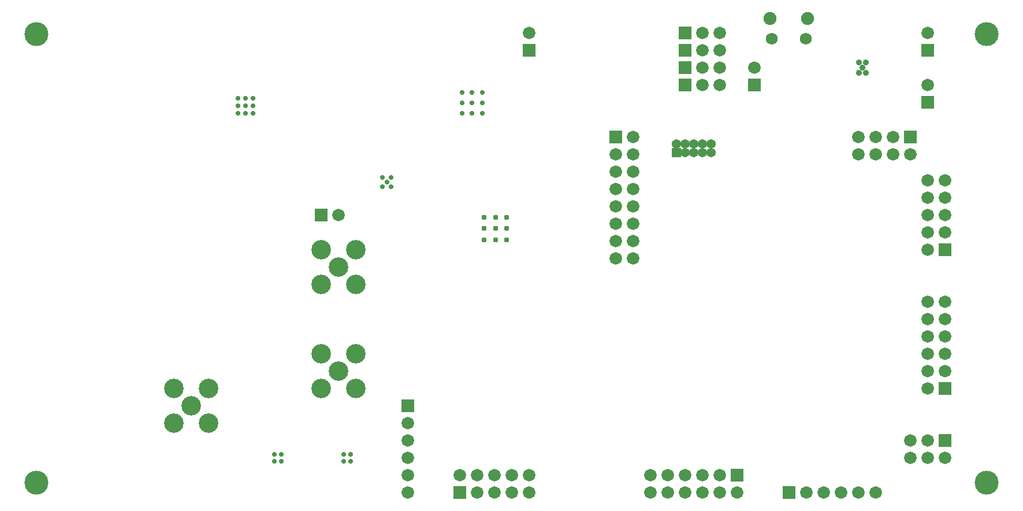
<source format=gbs>
G04 (created by PCBNEW (2013-01-23 BZR 3920)-stable) date Mon Jun 10 00:49:26 2013*
%MOIN*%
G04 Gerber Fmt 3.4, Leading zero omitted, Abs format*
%FSLAX34Y34*%
G01*
G70*
G90*
G04 APERTURE LIST*
%ADD10C,2.3622e-06*%
%ADD11C,0.075*%
%ADD12C,0.0691*%
%ADD13C,0.0292*%
%ADD14C,0.029*%
%ADD15R,0.072X0.072*%
%ADD16C,0.072*%
%ADD17C,0.112*%
%ADD18C,0.138*%
%ADD19C,0.0306*%
%ADD20R,0.054X0.054*%
%ADD21C,0.054*%
%ADD22C,0.035*%
G04 APERTURE END LIST*
G54D10*
G54D11*
X70583Y-22169D03*
X68417Y-22169D03*
G54D12*
X70479Y-23339D03*
X68521Y-23339D03*
G54D13*
X44202Y-47702D03*
X43798Y-47702D03*
X43798Y-47298D03*
X44202Y-47298D03*
X40202Y-47702D03*
X39798Y-47702D03*
X39798Y-47298D03*
X40202Y-47298D03*
G54D14*
X51225Y-27025D03*
X51225Y-26431D03*
X51819Y-26431D03*
X51819Y-27025D03*
X51819Y-27619D03*
X51225Y-27619D03*
X50631Y-27619D03*
X50631Y-27025D03*
X50631Y-26431D03*
G54D13*
X38150Y-27200D03*
X37717Y-27200D03*
X37717Y-26767D03*
X38150Y-26767D03*
X38583Y-26767D03*
X38583Y-27200D03*
X38583Y-27633D03*
X38150Y-27633D03*
X37717Y-27633D03*
X46300Y-31600D03*
X46039Y-31339D03*
X46561Y-31339D03*
X46561Y-31861D03*
X46039Y-31861D03*
G54D15*
X59500Y-29000D03*
G54D16*
X60500Y-29000D03*
X59500Y-30000D03*
X60500Y-30000D03*
X59500Y-31000D03*
X60500Y-31000D03*
X59500Y-32000D03*
X60500Y-32000D03*
X59500Y-33000D03*
X60500Y-33000D03*
X59500Y-34000D03*
X60500Y-34000D03*
X59500Y-35000D03*
X60500Y-35000D03*
X59500Y-36000D03*
X60500Y-36000D03*
G54D15*
X66500Y-48500D03*
G54D16*
X66500Y-49500D03*
X65500Y-48500D03*
X65500Y-49500D03*
X64500Y-48500D03*
X64500Y-49500D03*
X63500Y-48500D03*
X63500Y-49500D03*
X62500Y-48500D03*
X62500Y-49500D03*
X61500Y-48500D03*
X61500Y-49500D03*
G54D15*
X78500Y-43500D03*
G54D16*
X77500Y-43500D03*
X78500Y-42500D03*
X77500Y-42500D03*
X78500Y-41500D03*
X77500Y-41500D03*
X78500Y-40500D03*
X77500Y-40500D03*
X78500Y-39500D03*
X77500Y-39500D03*
X78500Y-38500D03*
X77500Y-38500D03*
G54D15*
X78500Y-35500D03*
G54D16*
X77500Y-35500D03*
X78500Y-34500D03*
X77500Y-34500D03*
X78500Y-33500D03*
X77500Y-33500D03*
X78500Y-32500D03*
X77500Y-32500D03*
X78500Y-31500D03*
X77500Y-31500D03*
G54D15*
X50500Y-49500D03*
G54D16*
X50500Y-48500D03*
X51500Y-49500D03*
X51500Y-48500D03*
X52500Y-49500D03*
X52500Y-48500D03*
X53500Y-49500D03*
X53500Y-48500D03*
X54500Y-49500D03*
X54500Y-48500D03*
G54D15*
X76500Y-29000D03*
G54D16*
X76500Y-30000D03*
X75500Y-29000D03*
X75500Y-30000D03*
X74500Y-29000D03*
X74500Y-30000D03*
X73500Y-29000D03*
X73500Y-30000D03*
G54D15*
X78510Y-46500D03*
G54D16*
X78510Y-47500D03*
X77510Y-46500D03*
X77510Y-47500D03*
X76510Y-46500D03*
X76510Y-47500D03*
G54D15*
X69500Y-49500D03*
G54D16*
X70500Y-49500D03*
X71500Y-49500D03*
X72500Y-49500D03*
X73500Y-49500D03*
X74500Y-49500D03*
G54D15*
X47500Y-44500D03*
G54D16*
X47500Y-45500D03*
X47500Y-46500D03*
X47500Y-47500D03*
X47500Y-48500D03*
X47500Y-49500D03*
G54D15*
X63500Y-24000D03*
G54D16*
X64500Y-24000D03*
X65500Y-24000D03*
G54D15*
X63500Y-23000D03*
G54D16*
X64500Y-23000D03*
X65500Y-23000D03*
G54D15*
X63500Y-25000D03*
G54D16*
X64500Y-25000D03*
X65500Y-25000D03*
G54D15*
X63500Y-26000D03*
G54D16*
X64500Y-26000D03*
X65500Y-26000D03*
G54D15*
X67500Y-26000D03*
G54D16*
X67500Y-25000D03*
G54D17*
X43500Y-36500D03*
X42500Y-37500D03*
X44500Y-37500D03*
X44500Y-35500D03*
X42500Y-35500D03*
X35000Y-44500D03*
X36000Y-43500D03*
X34000Y-43500D03*
X34000Y-45500D03*
X36000Y-45500D03*
X43500Y-42500D03*
X42500Y-43500D03*
X44500Y-43500D03*
X44500Y-41500D03*
X42500Y-41500D03*
G54D15*
X54500Y-24000D03*
G54D16*
X54500Y-23000D03*
G54D15*
X77500Y-24000D03*
G54D16*
X77500Y-23000D03*
G54D15*
X77500Y-27000D03*
G54D16*
X77500Y-26000D03*
G54D15*
X42500Y-33500D03*
G54D16*
X43500Y-33500D03*
G54D18*
X26075Y-23075D03*
X80925Y-23075D03*
X80925Y-48925D03*
X26075Y-48925D03*
G54D19*
X52575Y-34275D03*
X52575Y-33625D03*
X53225Y-33625D03*
X53225Y-34275D03*
X53225Y-34925D03*
X52575Y-34925D03*
X51925Y-34925D03*
X51925Y-34275D03*
X51925Y-33625D03*
G54D20*
X63000Y-29900D03*
G54D21*
X63000Y-29400D03*
X63500Y-29900D03*
X63500Y-29400D03*
X64000Y-29900D03*
X64000Y-29400D03*
X64500Y-29900D03*
X64500Y-29400D03*
X65000Y-29900D03*
X65000Y-29400D03*
G54D22*
X73750Y-25000D03*
X73947Y-24705D03*
X73553Y-24705D03*
X73553Y-25295D03*
X73947Y-25295D03*
M02*

</source>
